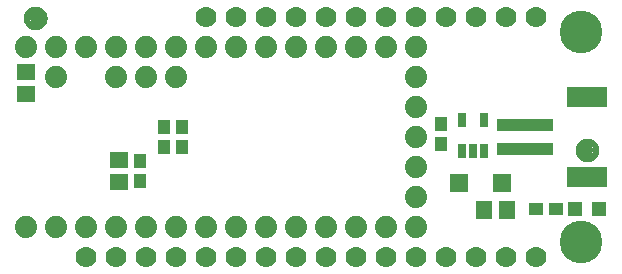
<source format=gbr>
G04 EAGLE Gerber RS-274X export*
G75*
%MOMM*%
%FSLAX34Y34*%
%LPD*%
%INSoldermask Top*%
%IPPOS*%
%AMOC8*
5,1,8,0,0,1.08239X$1,22.5*%
G01*
%ADD10R,1.601600X1.341600*%
%ADD11R,1.101600X1.201600*%
%ADD12C,1.101600*%
%ADD13C,0.500000*%
%ADD14C,3.617600*%
%ADD15R,1.501600X1.501600*%
%ADD16C,1.778000*%
%ADD17R,4.701600X1.101600*%
%ADD18R,3.501600X1.701600*%
%ADD19R,0.651600X1.301600*%
%ADD20R,1.301600X1.301600*%
%ADD21R,1.201600X1.101600*%
%ADD22R,1.341600X1.601600*%
%ADD23C,1.879600*%


D10*
X13100Y169470D03*
X13100Y150470D03*
D11*
X109390Y77100D03*
X109390Y94100D03*
D10*
X91290Y76190D03*
X91290Y95190D03*
D12*
X20955Y214630D03*
D13*
X28455Y214630D02*
X28453Y214811D01*
X28446Y214992D01*
X28435Y215173D01*
X28420Y215354D01*
X28400Y215534D01*
X28376Y215714D01*
X28348Y215893D01*
X28315Y216071D01*
X28278Y216248D01*
X28237Y216425D01*
X28192Y216600D01*
X28142Y216775D01*
X28088Y216948D01*
X28030Y217119D01*
X27968Y217290D01*
X27901Y217458D01*
X27831Y217625D01*
X27757Y217791D01*
X27678Y217954D01*
X27596Y218115D01*
X27510Y218275D01*
X27420Y218432D01*
X27326Y218587D01*
X27229Y218740D01*
X27127Y218890D01*
X27023Y219038D01*
X26914Y219184D01*
X26803Y219326D01*
X26687Y219466D01*
X26569Y219603D01*
X26447Y219738D01*
X26322Y219869D01*
X26194Y219997D01*
X26063Y220122D01*
X25928Y220244D01*
X25791Y220362D01*
X25651Y220478D01*
X25509Y220589D01*
X25363Y220698D01*
X25215Y220802D01*
X25065Y220904D01*
X24912Y221001D01*
X24757Y221095D01*
X24600Y221185D01*
X24440Y221271D01*
X24279Y221353D01*
X24116Y221432D01*
X23950Y221506D01*
X23783Y221576D01*
X23615Y221643D01*
X23444Y221705D01*
X23273Y221763D01*
X23100Y221817D01*
X22925Y221867D01*
X22750Y221912D01*
X22573Y221953D01*
X22396Y221990D01*
X22218Y222023D01*
X22039Y222051D01*
X21859Y222075D01*
X21679Y222095D01*
X21498Y222110D01*
X21317Y222121D01*
X21136Y222128D01*
X20955Y222130D01*
X28455Y214630D02*
X28453Y214449D01*
X28446Y214268D01*
X28435Y214087D01*
X28420Y213906D01*
X28400Y213726D01*
X28376Y213546D01*
X28348Y213367D01*
X28315Y213189D01*
X28278Y213012D01*
X28237Y212835D01*
X28192Y212660D01*
X28142Y212485D01*
X28088Y212312D01*
X28030Y212141D01*
X27968Y211970D01*
X27901Y211802D01*
X27831Y211635D01*
X27757Y211469D01*
X27678Y211306D01*
X27596Y211145D01*
X27510Y210985D01*
X27420Y210828D01*
X27326Y210673D01*
X27229Y210520D01*
X27127Y210370D01*
X27023Y210222D01*
X26914Y210076D01*
X26803Y209934D01*
X26687Y209794D01*
X26569Y209657D01*
X26447Y209522D01*
X26322Y209391D01*
X26194Y209263D01*
X26063Y209138D01*
X25928Y209016D01*
X25791Y208898D01*
X25651Y208782D01*
X25509Y208671D01*
X25363Y208562D01*
X25215Y208458D01*
X25065Y208356D01*
X24912Y208259D01*
X24757Y208165D01*
X24600Y208075D01*
X24440Y207989D01*
X24279Y207907D01*
X24116Y207828D01*
X23950Y207754D01*
X23783Y207684D01*
X23615Y207617D01*
X23444Y207555D01*
X23273Y207497D01*
X23100Y207443D01*
X22925Y207393D01*
X22750Y207348D01*
X22573Y207307D01*
X22396Y207270D01*
X22218Y207237D01*
X22039Y207209D01*
X21859Y207185D01*
X21679Y207165D01*
X21498Y207150D01*
X21317Y207139D01*
X21136Y207132D01*
X20955Y207130D01*
X20774Y207132D01*
X20593Y207139D01*
X20412Y207150D01*
X20231Y207165D01*
X20051Y207185D01*
X19871Y207209D01*
X19692Y207237D01*
X19514Y207270D01*
X19337Y207307D01*
X19160Y207348D01*
X18985Y207393D01*
X18810Y207443D01*
X18637Y207497D01*
X18466Y207555D01*
X18295Y207617D01*
X18127Y207684D01*
X17960Y207754D01*
X17794Y207828D01*
X17631Y207907D01*
X17470Y207989D01*
X17310Y208075D01*
X17153Y208165D01*
X16998Y208259D01*
X16845Y208356D01*
X16695Y208458D01*
X16547Y208562D01*
X16401Y208671D01*
X16259Y208782D01*
X16119Y208898D01*
X15982Y209016D01*
X15847Y209138D01*
X15716Y209263D01*
X15588Y209391D01*
X15463Y209522D01*
X15341Y209657D01*
X15223Y209794D01*
X15107Y209934D01*
X14996Y210076D01*
X14887Y210222D01*
X14783Y210370D01*
X14681Y210520D01*
X14584Y210673D01*
X14490Y210828D01*
X14400Y210985D01*
X14314Y211145D01*
X14232Y211306D01*
X14153Y211469D01*
X14079Y211635D01*
X14009Y211802D01*
X13942Y211970D01*
X13880Y212141D01*
X13822Y212312D01*
X13768Y212485D01*
X13718Y212660D01*
X13673Y212835D01*
X13632Y213012D01*
X13595Y213189D01*
X13562Y213367D01*
X13534Y213546D01*
X13510Y213726D01*
X13490Y213906D01*
X13475Y214087D01*
X13464Y214268D01*
X13457Y214449D01*
X13455Y214630D01*
X13457Y214811D01*
X13464Y214992D01*
X13475Y215173D01*
X13490Y215354D01*
X13510Y215534D01*
X13534Y215714D01*
X13562Y215893D01*
X13595Y216071D01*
X13632Y216248D01*
X13673Y216425D01*
X13718Y216600D01*
X13768Y216775D01*
X13822Y216948D01*
X13880Y217119D01*
X13942Y217290D01*
X14009Y217458D01*
X14079Y217625D01*
X14153Y217791D01*
X14232Y217954D01*
X14314Y218115D01*
X14400Y218275D01*
X14490Y218432D01*
X14584Y218587D01*
X14681Y218740D01*
X14783Y218890D01*
X14887Y219038D01*
X14996Y219184D01*
X15107Y219326D01*
X15223Y219466D01*
X15341Y219603D01*
X15463Y219738D01*
X15588Y219869D01*
X15716Y219997D01*
X15847Y220122D01*
X15982Y220244D01*
X16119Y220362D01*
X16259Y220478D01*
X16401Y220589D01*
X16547Y220698D01*
X16695Y220802D01*
X16845Y220904D01*
X16998Y221001D01*
X17153Y221095D01*
X17310Y221185D01*
X17470Y221271D01*
X17631Y221353D01*
X17794Y221432D01*
X17960Y221506D01*
X18127Y221576D01*
X18295Y221643D01*
X18466Y221705D01*
X18637Y221763D01*
X18810Y221817D01*
X18985Y221867D01*
X19160Y221912D01*
X19337Y221953D01*
X19514Y221990D01*
X19692Y222023D01*
X19871Y222051D01*
X20051Y222075D01*
X20231Y222095D01*
X20412Y222110D01*
X20593Y222121D01*
X20774Y222128D01*
X20955Y222130D01*
D12*
X488152Y102940D03*
D13*
X495652Y102940D02*
X495650Y103121D01*
X495643Y103302D01*
X495632Y103483D01*
X495617Y103664D01*
X495597Y103844D01*
X495573Y104024D01*
X495545Y104203D01*
X495512Y104381D01*
X495475Y104558D01*
X495434Y104735D01*
X495389Y104910D01*
X495339Y105085D01*
X495285Y105258D01*
X495227Y105429D01*
X495165Y105600D01*
X495098Y105768D01*
X495028Y105935D01*
X494954Y106101D01*
X494875Y106264D01*
X494793Y106425D01*
X494707Y106585D01*
X494617Y106742D01*
X494523Y106897D01*
X494426Y107050D01*
X494324Y107200D01*
X494220Y107348D01*
X494111Y107494D01*
X494000Y107636D01*
X493884Y107776D01*
X493766Y107913D01*
X493644Y108048D01*
X493519Y108179D01*
X493391Y108307D01*
X493260Y108432D01*
X493125Y108554D01*
X492988Y108672D01*
X492848Y108788D01*
X492706Y108899D01*
X492560Y109008D01*
X492412Y109112D01*
X492262Y109214D01*
X492109Y109311D01*
X491954Y109405D01*
X491797Y109495D01*
X491637Y109581D01*
X491476Y109663D01*
X491313Y109742D01*
X491147Y109816D01*
X490980Y109886D01*
X490812Y109953D01*
X490641Y110015D01*
X490470Y110073D01*
X490297Y110127D01*
X490122Y110177D01*
X489947Y110222D01*
X489770Y110263D01*
X489593Y110300D01*
X489415Y110333D01*
X489236Y110361D01*
X489056Y110385D01*
X488876Y110405D01*
X488695Y110420D01*
X488514Y110431D01*
X488333Y110438D01*
X488152Y110440D01*
X495652Y102940D02*
X495650Y102759D01*
X495643Y102578D01*
X495632Y102397D01*
X495617Y102216D01*
X495597Y102036D01*
X495573Y101856D01*
X495545Y101677D01*
X495512Y101499D01*
X495475Y101322D01*
X495434Y101145D01*
X495389Y100970D01*
X495339Y100795D01*
X495285Y100622D01*
X495227Y100451D01*
X495165Y100280D01*
X495098Y100112D01*
X495028Y99945D01*
X494954Y99779D01*
X494875Y99616D01*
X494793Y99455D01*
X494707Y99295D01*
X494617Y99138D01*
X494523Y98983D01*
X494426Y98830D01*
X494324Y98680D01*
X494220Y98532D01*
X494111Y98386D01*
X494000Y98244D01*
X493884Y98104D01*
X493766Y97967D01*
X493644Y97832D01*
X493519Y97701D01*
X493391Y97573D01*
X493260Y97448D01*
X493125Y97326D01*
X492988Y97208D01*
X492848Y97092D01*
X492706Y96981D01*
X492560Y96872D01*
X492412Y96768D01*
X492262Y96666D01*
X492109Y96569D01*
X491954Y96475D01*
X491797Y96385D01*
X491637Y96299D01*
X491476Y96217D01*
X491313Y96138D01*
X491147Y96064D01*
X490980Y95994D01*
X490812Y95927D01*
X490641Y95865D01*
X490470Y95807D01*
X490297Y95753D01*
X490122Y95703D01*
X489947Y95658D01*
X489770Y95617D01*
X489593Y95580D01*
X489415Y95547D01*
X489236Y95519D01*
X489056Y95495D01*
X488876Y95475D01*
X488695Y95460D01*
X488514Y95449D01*
X488333Y95442D01*
X488152Y95440D01*
X487971Y95442D01*
X487790Y95449D01*
X487609Y95460D01*
X487428Y95475D01*
X487248Y95495D01*
X487068Y95519D01*
X486889Y95547D01*
X486711Y95580D01*
X486534Y95617D01*
X486357Y95658D01*
X486182Y95703D01*
X486007Y95753D01*
X485834Y95807D01*
X485663Y95865D01*
X485492Y95927D01*
X485324Y95994D01*
X485157Y96064D01*
X484991Y96138D01*
X484828Y96217D01*
X484667Y96299D01*
X484507Y96385D01*
X484350Y96475D01*
X484195Y96569D01*
X484042Y96666D01*
X483892Y96768D01*
X483744Y96872D01*
X483598Y96981D01*
X483456Y97092D01*
X483316Y97208D01*
X483179Y97326D01*
X483044Y97448D01*
X482913Y97573D01*
X482785Y97701D01*
X482660Y97832D01*
X482538Y97967D01*
X482420Y98104D01*
X482304Y98244D01*
X482193Y98386D01*
X482084Y98532D01*
X481980Y98680D01*
X481878Y98830D01*
X481781Y98983D01*
X481687Y99138D01*
X481597Y99295D01*
X481511Y99455D01*
X481429Y99616D01*
X481350Y99779D01*
X481276Y99945D01*
X481206Y100112D01*
X481139Y100280D01*
X481077Y100451D01*
X481019Y100622D01*
X480965Y100795D01*
X480915Y100970D01*
X480870Y101145D01*
X480829Y101322D01*
X480792Y101499D01*
X480759Y101677D01*
X480731Y101856D01*
X480707Y102036D01*
X480687Y102216D01*
X480672Y102397D01*
X480661Y102578D01*
X480654Y102759D01*
X480652Y102940D01*
X480654Y103121D01*
X480661Y103302D01*
X480672Y103483D01*
X480687Y103664D01*
X480707Y103844D01*
X480731Y104024D01*
X480759Y104203D01*
X480792Y104381D01*
X480829Y104558D01*
X480870Y104735D01*
X480915Y104910D01*
X480965Y105085D01*
X481019Y105258D01*
X481077Y105429D01*
X481139Y105600D01*
X481206Y105768D01*
X481276Y105935D01*
X481350Y106101D01*
X481429Y106264D01*
X481511Y106425D01*
X481597Y106585D01*
X481687Y106742D01*
X481781Y106897D01*
X481878Y107050D01*
X481980Y107200D01*
X482084Y107348D01*
X482193Y107494D01*
X482304Y107636D01*
X482420Y107776D01*
X482538Y107913D01*
X482660Y108048D01*
X482785Y108179D01*
X482913Y108307D01*
X483044Y108432D01*
X483179Y108554D01*
X483316Y108672D01*
X483456Y108788D01*
X483598Y108899D01*
X483744Y109008D01*
X483892Y109112D01*
X484042Y109214D01*
X484195Y109311D01*
X484350Y109405D01*
X484507Y109495D01*
X484667Y109581D01*
X484828Y109663D01*
X484991Y109742D01*
X485157Y109816D01*
X485324Y109886D01*
X485492Y109953D01*
X485663Y110015D01*
X485834Y110073D01*
X486007Y110127D01*
X486182Y110177D01*
X486357Y110222D01*
X486534Y110263D01*
X486711Y110300D01*
X486889Y110333D01*
X487068Y110361D01*
X487248Y110385D01*
X487428Y110405D01*
X487609Y110420D01*
X487790Y110431D01*
X487971Y110438D01*
X488152Y110440D01*
D14*
X482600Y203200D03*
X482600Y25400D03*
D15*
X416010Y75565D03*
X379010Y75565D03*
D16*
X444500Y12700D03*
X419100Y12700D03*
X393700Y12700D03*
X368300Y12700D03*
X342900Y12700D03*
X317500Y12700D03*
X292100Y12700D03*
X266700Y12700D03*
X241300Y12700D03*
X215900Y12700D03*
X190500Y12700D03*
X165100Y12700D03*
X139700Y12700D03*
X114300Y12700D03*
X88900Y12700D03*
X63500Y12700D03*
D17*
X435440Y124300D03*
X435440Y104300D03*
D18*
X487440Y148300D03*
X487440Y80300D03*
D16*
X165100Y215900D03*
X190500Y215900D03*
X215900Y215900D03*
X241300Y215900D03*
X266700Y215900D03*
X292100Y215900D03*
X317500Y215900D03*
X342900Y215900D03*
X368300Y215900D03*
X393700Y215900D03*
X419100Y215900D03*
X444500Y215900D03*
D19*
X381660Y102569D03*
X391160Y102569D03*
X400660Y102569D03*
X400660Y128571D03*
X381660Y128571D03*
D20*
X477180Y53340D03*
X498180Y53340D03*
D21*
X461255Y53340D03*
X444255Y53340D03*
D22*
X400710Y52070D03*
X419710Y52070D03*
D11*
X364490Y125340D03*
X364490Y108340D03*
X144780Y105800D03*
X144780Y122800D03*
X129540Y122800D03*
X129540Y105800D03*
D23*
X12700Y38100D03*
X38100Y38100D03*
X63500Y38100D03*
X88900Y38100D03*
X114300Y38100D03*
X139700Y38100D03*
X165100Y38100D03*
X190500Y38100D03*
X215900Y38100D03*
X241300Y38100D03*
X266700Y38100D03*
X292100Y38100D03*
X317500Y38100D03*
X342900Y38100D03*
X342900Y63500D03*
X342900Y88900D03*
X342900Y114300D03*
X342900Y139700D03*
X342900Y165100D03*
X342900Y190500D03*
X317500Y190500D03*
X292100Y190500D03*
X266700Y190500D03*
X241300Y190500D03*
X215900Y190500D03*
X190500Y190500D03*
X165100Y190500D03*
X139700Y190500D03*
X114300Y190500D03*
X88900Y190500D03*
X63500Y190500D03*
X38100Y190500D03*
X12700Y190500D03*
X38100Y165100D03*
X88900Y165100D03*
X114300Y165100D03*
X139700Y165100D03*
M02*

</source>
